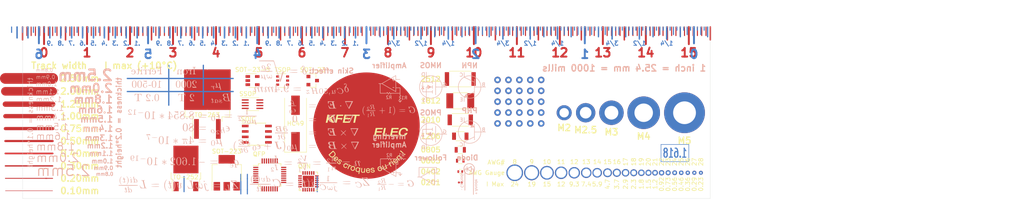
<source format=kicad_pcb>
(kicad_pcb (version 20211014) (generator pcbnew)
  (layers (0 "F.Cu" signal) (31 "B.Cu" signal) (34 "B.Paste" user) (35 "F.Paste" user) (36 "B.SilkS" user "B.Silkscreen") (37 "F.SilkS" user "F.Silkscreen") (38 "B.Mask" user) (39 "F.Mask" user) (44 "Edge.Cuts" user))
  (net 0 "")
  (footprint "kfet-elec-ruler:logo" (layer "F.Cu") (at 142 75)
    (fp_text reference "G***" hide)
    (fp_text value "LOGO" hide)
  )
  (footprint "kfet-elec-ruler:Ruler_15cm" (layer "F.Cu") (at 142 52)
    (fp_text reference "REF**" hide)
    (fp_text value "Ruler_15cm")
  )
  (footprint "Mounting_Holes:MountingHole_2.7mm_M2.5_ISO7380_Pad" (layer "F.Cu") (at 193 72)
    (fp_text reference "REF**" hide)
    (fp_text value "MountingHole_2.7mm_M2.5_ISO7380_Pad")
  )
  (footprint "Mounting_Holes:MountingHole_3.2mm_M3_ISO7380_Pad" (layer "F.Cu") (at 199 72)
    (fp_text reference "REF**" hide)
    (fp_text value "MountingHole_3.2mm_M3_ISO7380_Pad")
  )
  (footprint "Mounting_Holes:MountingHole_4.3mm_M4_ISO7380_Pad" (layer "F.Cu") (at 206.5 72)
    (fp_text reference "REF**" hide)
    (fp_text value "MountingHole_4.3mm_M4_ISO7380_Pad")
  )
  (footprint "Mounting_Holes:MountingHole_5.3mm_M5_ISO7380_Pad" (layer "F.Cu") (at 216 72)
    (fp_text reference "REF**" hide)
    (fp_text value "MountingHole_5.3mm_M5_ISO7380_Pad")
  )
  (footprint "Mounting_Holes:MountingHole_2.2mm_M2_ISO7380_Pad" (layer "F.Cu") (at 188 72)
    (fp_text reference "REF**" hide)
    (fp_text value "MountingHole_2.2mm_M2_ISO7380_Pad")
  )
  (footprint "TO_SOT_Packages_SMD:SOT-23" (layer "F.Cu") (at 129.5 64.5)
    (fp_text reference "SOT-23")
    (fp_text value "SOT-23")
  )
  (footprint "TO_SOT_Packages_SMD:SOT-23-5" (layer "F.Cu") (at 115.5 64.5)
    (fp_text reference "SOT-23-5")
    (fp_text value "SOT-23-5")
  )
  (footprint "TO_SOT_Packages_SMD:SOT-223" (layer "F.Cu") (at 109.5 86 90)
    (fp_text reference "SOT-223")
    (fp_text value "SOT-223")
  )
  (footprint "Housings_SSOP:TSOP-6_1.65x3.05mm_Pitch0.95mm" (layer "F.Cu") (at 122.5 64.5)
    (fp_text reference "TSOP")
    (fp_text value "TSOP-6_1.65x3.05mm_Pitch0.95mm")
  )
  (footprint "Housings_SOIC:SOIC-8_3.9x4.9mm_Pitch1.27mm" (layer "F.Cu") (at 116.5 77)
    (fp_text reference "SOIC")
    (fp_text value "SOIC-8_3.9x4.9mm_Pitch1.27mm")
  )
  (footprint "Housings_SSOP:SSOP-8_2.95x2.8mm_Pitch0.65mm" (layer "F.Cu") (at 115.5 70)
    (fp_text reference "SSOP")
    (fp_text value "SSOP-8_2.95x2.8mm_Pitch0.65mm")
  )
  (footprint "TO_SOT_Packages_SMD:TO-263-2" (layer "F.Cu") (at 105 70 90)
    (fp_text reference "TO-263")
    (fp_text value "TO-263-2")
  )
  (footprint "TO_SOT_Packages_SMD:TO-252-2" (layer "F.Cu") (at 100 85 90)
    (fp_text reference "TO-252")
    (fp_text value "TO-252-2")
  )
  (footprint "kfet-elec-ruler:AWG_gauge" (layer "F.Cu") (at 176.5 86)
    (fp_text reference "AWG Gauge")
    (fp_text value "AWG_gauge")
  )
  (footprint "Housings_QFP:LQFP-32_5x5mm_Pitch0.5mm" (layer "F.Cu") (at 119.5 86.5)
    (fp_text reference "QFP")
    (fp_text value "LQFP-32_5x5mm_Pitch0.5mm")
  )
  (footprint "Housings_DFN_QFN:QFN-24-1EP_4x4mm_Pitch0.5mm" (layer "F.Cu") (at 128.5 88)
    (fp_text reference "QFN")
    (fp_text value "QFN-24-1EP_4x4mm_Pitch0.5mm")
  )
  (footprint "Crystals:Crystal_SMD_HC49-SD" (layer "F.Cu") (at 125.5 74.5 90)
    (fp_text reference "HC49")
    (fp_text value "Crystal_SMD_HC49-SD")
  )
  (footprint "kfet-elec-ruler:grid" (layer "F.Cu") (at 172.5 74.5)
    (fp_text reference "REF**" hide)
    (fp_text value "grid")
  )
  (footprint "Resistors_SMD:R_0603" (layer "F.Cu") (at 163.83 83.185)
    (fp_text reference "0603")
    (fp_text value "R_0603")
  )
  (footprint "Resistors_SMD:R_0402" (layer "F.Cu") (at 163.83 85.725)
    (fp_text reference "0402")
    (fp_text value "R_0402")
  )
  (footprint "Resistors_SMD:R_1812" (layer "F.Cu") (at 163.83 69.215)
    (fp_text reference "1812")
    (fp_text value "R_1812")
  )
  (footprint "Resistor_SMD:R_0201_0603Metric" (layer "F.Cu") (at 163.83 88.265)
    (fp_text reference "REF**" hide)
    (fp_text value "R_0201_0603Metric")
  )
  (footprint "Resistors_SMD:R_0805" (layer "F.Cu") (at 163.83 80.645)
    (fp_text reference "0805")
    (fp_text value "R_0805")
  )
  (footprint "Resistors_SMD:R_1206" (layer "F.Cu") (at 163.83 77.47)
    (fp_text reference "1206")
    (fp_text value "R_1206")
  )
  (footprint "Resistors_SMD:R_2010" (layer "F.Cu") (at 163.83 73.66)
    (fp_text reference "2010")
    (fp_text value "R_2010")
  )
  (footprint "Resistors_SMD:R_2512" (layer "F.Cu") (at 163.83 64.135)
    (fp_text reference "2512")
    (fp_text value "R_2512")
  )
  (footprint "kfet-elec-ruler:ruler_6in" (layer "B.Cu") (at 142 52 180)
    (fp_text reference "REF**" hide)
    (fp_text value "ruler_6in")
  )
  (footprint "kfet-elec-ruler:opamp_positive" (layer "B.Cu") (at 147.828 66.5 180)
    (fp_text reference "G***" hide)
    (fp_text value "LOGO" hide)
  )
  (footprint "kfet-elec-ruler:opamp_negative" (layer "B.Cu") (at 147.828 85 180)
    (fp_text reference "G***" hide)
    (fp_text value "LOGO" hide)
  )
  (footprint "kfet-elec-ruler:NMOS" (layer "B.Cu") (at 156.972 66 180)
    (fp_text reference "G***" hide)
    (fp_text value "LOGO" hide)
  )
  (footprint "kfet-elec-ruler:PMOS" (layer "B.Cu") (at 156.972 77 180)
    (fp_text reference "G***" hide)
    (fp_text value "LOGO" hide)
  )
  (footprint "kfet-elec-ruler:buffer" (layer "B.Cu") (at 156.972 87 180)
    (fp_text reference "G***" hide)
    (fp_text value "LOGO" hide)
  )
  (footprint "kfet-elec-ruler:diode" (layer "B.Cu") (at 165.5 87.5 180)
    (fp_text reference "G***" hide)
    (fp_text value "LOGO" hide)
  )
  (footprint "kfet-elec-ruler:NPN" (layer "B.Cu") (at 166 66 180)
    (fp_text reference "G***" hide)
    (fp_text value "LOGO" hide)
  )
  (footprint "kfet-elec-ruler:PNP" (layer "B.Cu") (at 166 76.5 180)
    (fp_text reference "G***" hide)
    (fp_text value "LOGO" hide)
  )
  (footprint "kfet-elec-ruler:skin_effect_formula" (layer "B.Cu") (at 122.428 61.976 180)
    (fp_text reference "G***" hide)
    (fp_text value "LOGO" hide)
  )
  (footprint "kfet-elec-ruler:mu_b_table" (layer "B.Cu") (at 99.06 65.532 180)
    (fp_text reference "G***" hide)
    (fp_text value "LOGO" hide)
  )
  (footprint "kfet-elec-ruler:maxwell_equations" (layer "B.Cu") (at 125.73 75.184 180)
    (fp_text reference "G***" hide)
    (fp_text value "LOGO" hide)
  )
  (footprint "kfet-elec-ruler:noninvert_opamp_gain" (layer "B.Cu") (at 147.32 71.5 180)
    (fp_text reference "G***" hide)
    (fp_text value "LOGO" hide)
  )
  (footprint "kfet-elec-ruler:invert_opamp_gain" (layer "B.Cu") (at 148.844 88.392 180)
    (fp_text reference "G***" hide)
    (fp_text value "LOGO" hide)
  )
  (footprint "kfet-elec-ruler:zl" (layer "B.Cu") (at 106.172 88.9 180)
    (fp_text reference "G***" hide)
    (fp_text value "LOGO" hide)
  )
  (footprint "kfet-elec-ruler:zc" (layer "B.Cu") (at 136.652 88.392 180)
    (fp_text reference "G***" hide)
    (fp_text value "LOGO" hide)
  )
  (footprint "kfet-elec-ruler:v_inductor" (layer "B.Cu") (at 91.44 88.9 180)
    (fp_text reference "G***" hide)
    (fp_text value "LOGO" hide)
  )
  (footprint "kfet-elec-ruler:i_cappa" (layer "B.Cu") (at 122.428 88.392 180)
    (fp_text reference "G***" hide)
    (fp_text value "LOGO" hide)
  )
  (footprint "kfet-elec-ruler:epsilon0" (layer "B.Cu") (at 101.6 72.644 180)
    (fp_text reference "G***" hide)
    (fp_text value "LOGO" hide)
  )
  (footprint "kfet-elec-ruler:charge_electron" (layer "B.Cu") (at 99.822 83.312 180)
    (fp_text reference "G***" hide)
    (fp_text value "LOGO" hide)
  )
  (footprint "kfet-elec-ruler:transformer" (layer "B.Cu") (at 130.048 83.82 180)
    (fp_text reference "G***" hide)
    (fp_text value "LOGO" hide)
  )
  (footprint "kfet-elec-ruler:d_cu" (layer "B.Cu") (at 127 66.548 180)
    (fp_text reference "G***" hide)
    (fp_text value "LOGO" hide)
  )
  (footprint "kfet-elec-ruler:epsilon0_h2o" (layer "B.Cu") (at 104.902 75.692 180)
    (fp_text reference "G***" hide)
    (fp_text value "LOGO" hide)
  )
  (footprint "kfet-elec-ruler:mu_zero" (layer "B.Cu") (at 99.568 78.486 180)
    (fp_text reference "G***" hide)
    (fp_text value "LOGO" hide)
  )
  (gr_line (start 217 83.4) (end 217 79.4) (layer "B.Cu") (width 0.12))
  (gr_line (start 217 79.4) (end 210.528 79.4) (layer "B.Cu") (width 0.12))
  (gr_line (start 217 83.4) (end 210.528 83.4) (layer "B.Cu") (width 0.12))
  (gr_line (start 210.528 83.4) (end 210.528 79.4) (layer "B.Cu") (width 0.12))
  (gr_line (start 222 52) (end 222 92) (layer "Edge.Cuts") (width 0.05))
  (gr_line (start 62 52) (end 222 52) (layer "Edge.Cuts") (width 0.05))
  (gr_line (start 222 92) (end 62 92) (layer "Edge.Cuts") (width 0.05))
  (gr_line (start 62 92) (end 62 52) (layer "Edge.Cuts") (width 0.05))
  (gr_text "1.618" (at 213.764 81.4) (layer "B.Cu") (effects (font (size 2.1034 1.3) (thickness 0.26)) (justify mirror)))
  (gr_text "thickness = 0.1*height" (at 63.8 74.292 90) (layer "B.SilkS") (effects (font (size 1.2 1.2) (thickness 0.12)) (justify mirror)))
  (gr_text "NPN" (at 166 61) (layer "B.SilkS") (effects (font (size 1.2 1.2) (thickness 0.24)) (justify mirror)))
  (gr_text "1.6mm" (at 83.2 71.292) (layer "B.SilkS") (effects (font (size 1.6 1.6) (thickness 0.32)) (justify left mirror)))
  (gr_text "1.6mm" (at 65 77.492) (layer "B.SilkS") (effects (font (size 1.6 1.6) (thickness 0.16)) (justify right mirror)))
  (gr_text "1.2mm" (at 65 68.892) (layer "B.SilkS") (effects (font (size 1.2 1.2) (thickness 0.12)) (justify right mirror)))
  (gr_text "Amplifier" (at 147.32 61) (layer "B.SilkS") (effects (font (size 1.2 1.2) (thickness 0.24)) (justify mirror)))
  (gr_text "1.2mm" (at 83.2 79.692) (layer "B.SilkS") (effects (font (size 1.2 1.2) (thickness 0.24)) (justify left mirror)))
  (gr_text "2.0mm" (at 83.2 66.292) (layer "B.SilkS") (effects (font (size 2 2) (thickness 0.4)) (justify left mirror)))
  (gr_text "0.8mm" (at 83.2 86.292) (layer "B.SilkS") (effects (font (size 0.8 0.8) (thickness 0.16)) (justify left mirror)))
  (gr_text "1.1mm" (at 83.2 81.492) (layer "B.SilkS") (effects (font (size 1.1 1.1) (thickness 0.22)) (justify left mirror)))
  (gr_text "PMOS" (at 156.972 72) (layer "B.SilkS") (effects (font (size 1.2 1.2) (thickness 0.24)) (justify mirror)))
  (gr_text "1.3mm" (at 65 70.892) (layer "B.SilkS") (effects (font (size 1.3 1.3) (thickness 0.13)) (justify right mirror)))
  (gr_text "1.0mm" (at 65 65.292) (layer "B.SilkS") (effects (font (size 1 1) (thickness 0.1)) (justify right mirror)))
  (gr_text "PNP" (at 166 71.5) (layer "B.SilkS") (effects (font (size 1.2 1.2) (thickness 0.24)) (justify mirror)))
  (gr_text "1.4mm" (at 65 73.092) (layer "B.SilkS") (effects (font (size 1.4 1.4) (thickness 0.14)) (justify right mirror)))
  (gr_text "2.5mm" (at 83.2 63.292) (layer "B.SilkS") (effects (font (size 2.5 2.5) (thickness 0.5)) (justify left mirror)))
  (gr_text "Follower" (at 156.972 82.5) (layer "B.SilkS") (effects (font (size 1.2 1.2) (thickness 0.24)) (justify mirror)))
  (gr_text "Skin effect:" (at 139.192 62.23) (layer "B.SilkS") (effects (font (size 1.2 1.2) (thickness 0.24)) (justify left mirror)))
  (gr_text "1.5mm" (at 83.2 73.492) (layer "B.SilkS") (effects (font (size 1.5 1.5) (thickness 0.3)) (justify left mirror)))
  (gr_text "1 inch = 25.4 mm = 1000 mills" (at 201.93 61.595) (layer "B.SilkS") (effects (font (size 1.5 1.5) (thickness 0.3)) (justify mirror)))
  (gr_text "0.8mm" (at 65 62.092) (layer "B.SilkS") (effects (font (size 0.8 0.8) (thickness 0.08)) (justify right mirror)))
  (gr_text "2.5mm" (at 65 85.492) (layer "B.SilkS") (effects (font (size 2.5 2.5) (thickness 0.25)) (justify right mirror)))
  (gr_text "1.8mm" (at 65 79.892) (layer "B.SilkS") (effects (font (size 1.8 1.8) (thickness 0.18)) (justify right mirror)))
  (gr_text "1.4mm" (at 83.2 75.692) (layer "B.SilkS") (effects (font (size 1.4 1.4) (thickness 0.28)) (justify left mirror)))
  (gr_text "1.8mm" (at 83.2 68.892) (layer "B.SilkS") (effects (font (size 1.8 1.8) (thickness 0.36)) (justify left mirror)))
  (gr_text "0.9mm" (at 65 63.692) (layer "B.SilkS") (effects (font (size 0.9 0.9) (thickness 0.09)) (justify right mirror)))
  (gr_text "Diode" (at 165.5 82.5) (layer "B.SilkS") (effects (font (size 1.2 1.2) (thickness 0.24)) (justify mirror)))
  (gr_text "1.3mm" (at 83.2 77.892) (layer "B.SilkS") (effects (font (size 1.3 1.3) (thickness 0.26)) (justify left mirror)))
  (gr_text "NMOS" (at 156.972 60.96) (layer "B.SilkS") (effects (font (size 1.2 1.2) (thickness 0.24)) (justify mirror)))
  (gr_text "1.1mm" (at 65 67.092) (layer "B.SilkS") (effects (font (size 1.1 1.1) (thickness 0.11)) (justify right mirror)))
  (gr_text "1.5mm" (at 65 75.292) (layer "B.SilkS") (effects (font (size 1.5 1.5)) (justify right mirror)))
  (gr_text "1.0mm" (at 83.2 83.292) (layer "B.SilkS") (effects (font (size 1 1) (thickness 0.2)) (justify left mirror)))
  (gr_text "Inverting\nAmplifier" (at 147.32 78.5) (layer "B.SilkS") (effects (font (size 1.2 1.2) (thickness 0.24)) (justify mirror)))
  (gr_text "0.9mm" (at 83.2 84.892) (layer "B.SilkS") (effects (font (size 0.9 0.9) (thickness 0.18)) (justify left mirror)))
  (gr_text "2.0mm" (at 65 82.492) (layer "B.SilkS") (effects (font (size 2 2) (thickness 0.2)) (justify right mirror)))
  (gr_text "thickness = 0.2*height" (at 84.4 74.292 90) (layer "B.SilkS") (effects (font (size 1.2 1.2) (thickness 0.24)) (justify mirror)))
  (gr_text "0.20mm" (at 80 87.3) (layer "F.SilkS") (effects (font (size 1.5 1.5) (thickness 0.3)) (justify right)))
  (gr_text "0.75mm" (at 80 75.7) (layer "F.SilkS") (effects (font (size 1.5 1.5) (thickness 0.3)) (justify right)))
  (gr_text "0.30mm" (at 80 84.4) (layer "F.SilkS") (effects (font (size 1.5 1.5) (thickness 0.3)) (justify right)))
  (gr_text "0.50mm" (at 80 78.6) (layer "F.SilkS") (effects (font (size 1.5 1.5) (thickness 0.3)) (justify right)))
  (gr_text "0.40mm" (at 80 81.5) (layer "F.SilkS") (effects (font (size 1.5 1.5) (thickness 0.3)) (justify right)))
  (gr_text "2.00mm" (at 80 67) (layer "F.SilkS") (effects (font (size 1.5 1.5) (thickness 0.3)) (justify right)))
  (gr_text "1.00mm" (at 80 72.8) (layer "F.SilkS") (effects (font (size 1.5 1.5) (thickness 0.3)) (justify right)))
  (gr_text "1.25mm" (at 80 70) (layer "F.SilkS") (effects (font (size 1.5 1.5) (thickness 0.3)) (justify right)))
  (gr_text "2.50mm" (at 80 64) (layer "F.SilkS") (effects (font (size 1.5 1.5) (thickness 0.3)) (justify right)))
  (gr_text "0.10mm" (at 80 90.2) (layer "F.SilkS") (effects (font (size 1.5 1.5) (thickness 0.3)) (justify right)))
  (gr_text "M5" (at 216 78.5) (layer "F.SilkS") (effects (font (size 1.5 1.5) (thickness 0.3))))
  (gr_text "M2" (at 188 75.5) (layer "F.SilkS") (effects (font (size 1.5 1.5) (thickness 0.3))))
  (gr_text "M4" (at 206.5 77.5) (layer "F.SilkS") (effects (font (size 1.5 1.5) (thickness 0.3))))
  (gr_text "Track width" (at 70.5 61) (layer "F.SilkS") (effects (font (size 1.5 1.5) (thickness 0.3))))
  (gr_text "0201" (at 159.385 88.265) (layer "F.SilkS") (effects (font (size 1.2 1.2) (thickness 0.24)) (justify right)))
  (gr_text "I max (+10°C)" (at 89.5 61) (layer "F.SilkS") (effects (font (size 1.5 1.5) (thickness 0.3))))
  (gr_text "M2.5" (at 193 76) (layer "F.SilkS") (effects (font (size 1.5 1.5) (thickness 0.3))))
  (gr_text "M3" (at 199 76.5) (layer "F.SilkS") (effects (font (size 1.5 1.5) (thickness 0.3))))
  (segment (start 58 78.6) (end 69 78.6) (width 0.5) (layer "F.Cu") (net 0))
  (segment (start 58 84.4) (end 69 84.4) (width 0.3) (layer "F.Cu") (net 0))
  (segment (start 67.35001 87.3) (end 69 87.3) (width 0.2) (layer "F.Cu") (net 0))
  (segment (start 58 87.3) (end 67.64999 87.3) (width 0.2) (layer "F.Cu") (net 0))
  (segment (start 58 75.7) (end 69 75.7) (width 0.75) (layer "F.Cu") (net 0))
  (segment (start 58 64) (end 69 64) (width 2.5) (layer "F.Cu") (net 0))
  (segment (start 58 67) (end 69 67) (width 2) (layer "F.Cu") (net 0))
  (segment (start 58 70) (end 69 70) (width 1.25) (layer "F.Cu") (net 0))
  (segment (start 58 72.8) (end 69 72.8) (width 1) (layer "F.Cu") (net 0))
  (segment (start 58 81.5) (end 69 81.5) (width 0.4) (layer "F.Cu") (net 0))
  (segment (start 69 90.2) (end 58 90.2) (width 0.1) (layer "F.Cu") (net 0))
  (segment (start 112.776 87.376) (end 112.776 89.916) (width 0.25) (layer "B.Cu") (net 0))
  (segment (start 114.3 87.376) (end 114.3 86.36) (width 0.25) (layer "B.Cu") (net 0))
  (segment (start 114.3 87.376) (end 114.3 89.916) (width 0.25) (layer "B.Cu") (net 0))
  (segment (start 112.776 86.36) (end 112.776 87.376) (width 0.25) (layer "B.Cu") (net 0))
  (segment (start 112.776 89.916) (end 112.776 90.932) (width 0.25) (layer "B.Cu") (net 0))
  (segment (start 99.568 86.868) (end 99.568 90.424) (width 0.25) (layer "B.Cu") (net 0))
  (segment (start 130.556 86.868) (end 130.556 90.424) (width 0.25) (layer "B.Cu") (net 0))
  (segment (start 114.3 89.916) (end 114.3 90.932) (width 0.25) (layer "B.Cu") (net 0))
)
</source>
